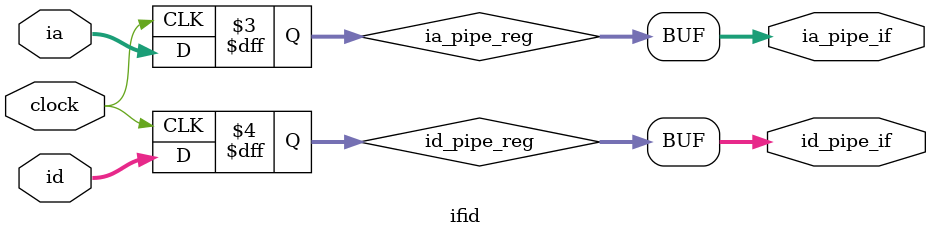
<source format=sv>
module ifid(
	input logic clock,
	input logic [31:0] ia, id, 
	output logic [31:0] ia_pipe_if, id_pipe_if
);

	logic [31:0] ia_pipe_reg;
	logic [31:0] id_pipe_reg;

	always_ff @(negedge clock) begin
		ia_pipe_reg <= ia;
		id_pipe_reg <= id;
	end

	always_comb begin
		ia_pipe_if <= ia_pipe_reg;
		id_pipe_if <= id_pipe_reg;
	end

endmodule

</source>
